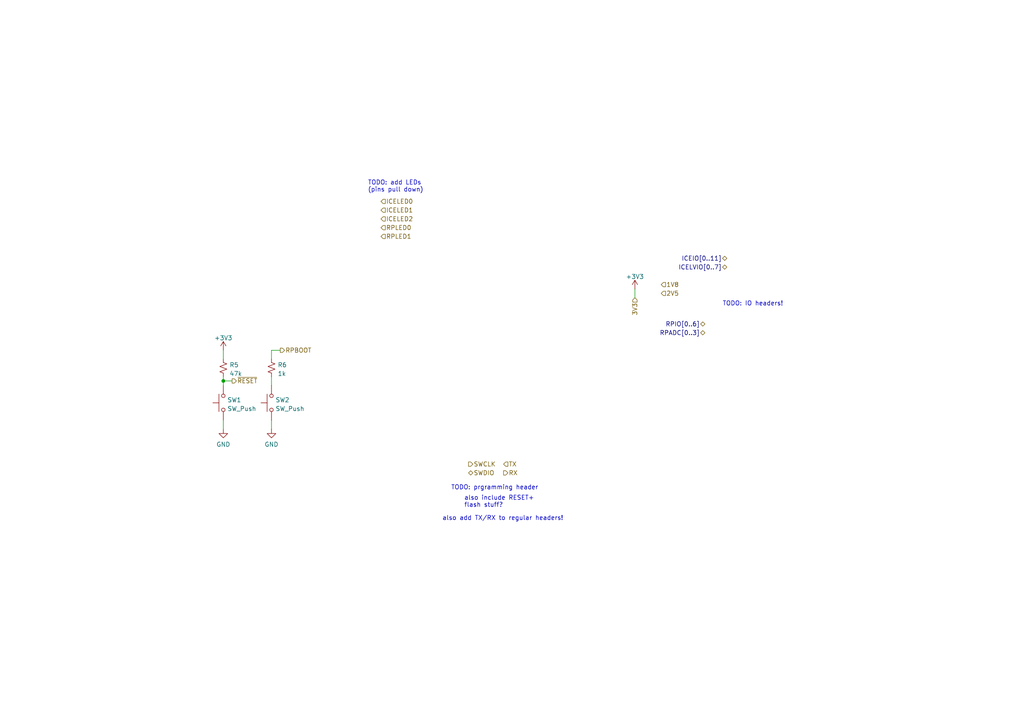
<source format=kicad_sch>
(kicad_sch (version 20211123) (generator eeschema)
  (paper "A4")
  (lib_symbols
    (symbol "Device:R_Small_US" (pin_numbers hide) (pin_names (offset 0.254) hide)
      (property "Reference" "R" (at 0.762 0.508 0))
      (property "Value" "R_Small_US" (at 0.762 -1.016 0))
      (symbol "R_Small_US_1_1"
        (polyline (pts (xy 0 0) (xy 1.016 -0.381) (xy 0 -0.762) (xy -1.016 -1.143) (xy 0 -1.524)))
        (polyline (pts (xy 0 1.524) (xy 1.016 1.143) (xy 0 0.762) (xy -1.016 0.381) (xy 0 0)))
        (pin passive line (at 0 2.54 270) (length 1.016) (name "~") (number "1"))
        (pin passive line (at 0 -2.54 90) (length 1.016) (name "~") (number "2"))
      )
    )
    (symbol "Switch:SW_Push" (pin_numbers hide) (pin_names (offset 1.016) hide)
      (property "Reference" "SW" (at 1.27 2.54 0))
      (property "Value" "SW_Push" (at 0 -1.524 0))
      (symbol "SW_Push_0_1"
        (circle (center -2.032 0) (radius 0.508))
        (polyline (pts (xy 0 1.27) (xy 0 3.048)))
        (polyline (pts (xy 2.54 1.27) (xy -2.54 1.27)))
        (circle (center 2.032 0) (radius 0.508))
        (pin passive line (at -5.08 0 0) (length 2.54) (name "1") (number "1"))
        (pin passive line (at 5.08 0 180) (length 2.54) (name "2") (number "2"))
      )
    )
    (symbol "power:+3V3" (power) (pin_names (offset 0))
      (property "Value" "+3V3" (at 0 3.556 0))
      (symbol "+3V3_0_1"
        (polyline (pts (xy -0.762 1.27) (xy 0 2.54)))
        (polyline (pts (xy 0 0) (xy 0 2.54)))
        (polyline (pts (xy 0 2.54) (xy 0.762 1.27)))
      )
      (symbol "+3V3_1_1"
        (pin power_in line (at 0 0 90) (length 0) hide (name "+3V3") (number "1"))
      )
    )
    (symbol "power:GND" (power) (pin_names (offset 0))
      (property "Value" "GND" (at 0 -3.81 0))
      (symbol "GND_0_1"
        (polyline (pts (xy 0 0) (xy 0 -1.27) (xy 1.27 -1.27) (xy 0 -2.54) (xy -1.27 -1.27) (xy 0 -1.27)))
      )
      (symbol "GND_1_1"
        (pin power_in line (at 0 0 270) (length 0) hide (name "GND") (number "1"))
      )
    )
  )
  (junction (at 64.77 110.49))
  (wire (pts (xy 184.15 83.82) (xy 184.15 86.36)))
  (wire (pts (xy 64.77 101.6) (xy 64.77 104.14)))
  (wire (pts (xy 64.77 121.92) (xy 64.77 124.46)))
  (wire (pts (xy 78.74 109.22) (xy 78.74 111.76)))
  (wire (pts (xy 64.77 110.49) (xy 64.77 111.76)))
  (wire (pts (xy 64.77 110.49) (xy 67.31 110.49)))
  (wire (pts (xy 64.77 109.22) (xy 64.77 110.49)))
  (wire (pts (xy 78.74 104.14) (xy 78.74 101.6)))
  (wire (pts (xy 78.74 121.92) (xy 78.74 124.46)))
  (wire (pts (xy 78.74 101.6) (xy 81.28 101.6)))
  (text "TODO: IO headers!" (at 209.55 88.9 0) (effects (font (size 1.27 1.27)) (justify left bottom)))
  (text "also add TX/RX to regular headers!" (at 128.27 151.13 0) (effects (font (size 1.27 1.27)) (justify left bottom)))
  (text "also include RESET+\nflash stuff?" (at 134.62 147.32 0) (effects (font (size 1.27 1.27)) (justify left bottom)))
  (text "TODO: add LEDs\n(pins pull down)" (at 106.68 55.88 0) (effects (font (size 1.27 1.27)) (justify left bottom)))
  (text "TODO: prgramming header" (at 130.81 142.24 0) (effects (font (size 1.27 1.27)) (justify left bottom)))
  (hierarchical_label "SWDIO" (shape bidirectional) (at 135.89 137.16 0))
  (hierarchical_label "RX" (shape output) (at 146.05 137.16 0))
  (hierarchical_label "ICELVIO[0..7]" (shape bidirectional) (at 210.82 77.47 180))
  (hierarchical_label "3V3" (shape input) (at 184.15 86.36 270))
  (hierarchical_label "ICELED0" (shape input) (at 110.49 58.42 0))
  (hierarchical_label "~{RESET}" (shape output) (at 67.31 110.49 0))
  (hierarchical_label "2V5" (shape input) (at 191.77 85.09 0))
  (hierarchical_label "ICELED1" (shape input) (at 110.49 60.96 0))
  (hierarchical_label "SWCLK" (shape output) (at 135.89 134.62 0))
  (hierarchical_label "RPBOOT" (shape output) (at 81.28 101.6 0))
  (hierarchical_label "TX" (shape input) (at 146.05 134.62 0))
  (hierarchical_label "RPLED0" (shape input) (at 110.49 66.04 0))
  (hierarchical_label "RPIO[0..6]" (shape bidirectional) (at 204.47 93.98 180))
  (hierarchical_label "ICELED2" (shape input) (at 110.49 63.5 0))
  (hierarchical_label "RPLED1" (shape input) (at 110.49 68.58 0))
  (hierarchical_label "RPADC[0..3]" (shape bidirectional) (at 204.47 96.52 180))
  (hierarchical_label "1V8" (shape input) (at 191.77 82.55 0))
  (hierarchical_label "ICEIO[0..11]" (shape bidirectional) (at 210.82 74.93 180))
  (symbol (lib_id "Switch:SW_Push") (at 64.77 116.84 90) (unit 1)
    (property "Reference" "SW1" (at 65.913 116.0053 90) (effects (justify right)))
    (property "Value" "SW_Push" (at 65.913 118.5422 90) (effects (justify right)))
    (property "Footprint" "Button_Switch_SMD:SW_SPST_EVPBF" (effects hide))
  )
  (symbol (lib_id "power:+3V3") (at 64.77 101.6 0) (unit 1)
    (property "Reference" "#PWR018" (effects hide))
    (property "Value" "+3V3" (at 64.77 98.0242 0))
  )
  (symbol (lib_id "power:+3V3") (at 184.15 83.82 0) (unit 1)
    (property "Reference" "#PWR021" (effects hide))
    (property "Value" "+3V3" (at 184.15 80.2442 0))
  )
  (symbol (lib_id "Device:R_Small_US") (at 64.77 106.68 0) (unit 1)
    (property "Reference" "R5" (at 66.548 105.8453 0) (effects (justify left)))
    (property "Value" "47k" (at 66.548 108.3822 0) (effects (justify left)))
    (property "Footprint" "Resistor_SMD:R_0603_1608Metric" (effects hide))
  )
  (symbol (lib_id "power:GND") (at 78.74 124.46 0) (unit 1)
    (property "Reference" "#PWR020" (effects hide))
    (property "Value" "GND" (at 78.74 128.9034 0))
  )
  (symbol (lib_id "Switch:SW_Push") (at 78.74 116.84 90) (unit 1)
    (property "Reference" "SW2" (at 79.883 116.0053 90) (effects (justify right)))
    (property "Value" "SW_Push" (at 79.883 118.5422 90) (effects (justify right)))
    (property "Footprint" "Button_Switch_SMD:SW_SPST_EVPBF" (effects hide))
  )
  (symbol (lib_id "power:GND") (at 64.77 124.46 0) (unit 1)
    (property "Reference" "#PWR019" (effects hide))
    (property "Value" "GND" (at 64.77 128.9034 0))
  )
  (symbol (lib_id "Device:R_Small_US") (at 78.74 106.68 0) (unit 1)
    (property "Reference" "R6" (at 80.518 105.8453 0) (effects (justify left)))
    (property "Value" "1k" (at 80.518 108.3822 0) (effects (justify left)))
    (property "Footprint" "Resistor_SMD:R_0603_1608Metric" (effects hide))
  )
)
</source>
